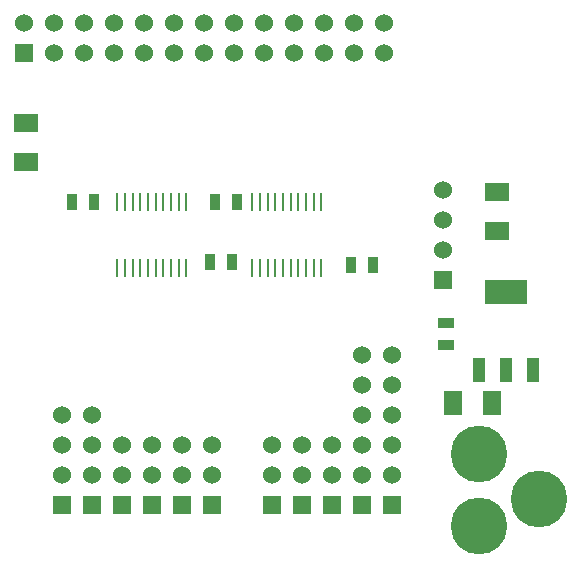
<source format=gts>
G04 (created by PCBNEW (2013-05-31 BZR 4019)-stable) date 7/5/2014 4:19:42 PM*
%MOIN*%
G04 Gerber Fmt 3.4, Leading zero omitted, Abs format*
%FSLAX34Y34*%
G01*
G70*
G90*
G04 APERTURE LIST*
%ADD10C,0.00590551*%
%ADD11R,0.06X0.06*%
%ADD12C,0.06*%
%ADD13R,0.08X0.06*%
%ADD14R,0.00984252X0.0610236*%
%ADD15R,0.144X0.08*%
%ADD16R,0.04X0.08*%
%ADD17R,0.06X0.08*%
%ADD18C,0.189*%
%ADD19R,0.055X0.035*%
%ADD20R,0.035X0.055*%
G04 APERTURE END LIST*
G54D10*
G54D11*
X728Y-1917D03*
G54D12*
X728Y-917D03*
X1728Y-1917D03*
X1728Y-917D03*
X2728Y-1917D03*
X2728Y-917D03*
X3728Y-1917D03*
X3728Y-917D03*
X4728Y-1917D03*
X4728Y-917D03*
X5728Y-1917D03*
X5728Y-917D03*
X6728Y-1917D03*
X6728Y-917D03*
X7728Y-1917D03*
X7728Y-917D03*
X8728Y-1917D03*
X8728Y-917D03*
X9728Y-1917D03*
X9728Y-917D03*
X10728Y-1917D03*
X10728Y-917D03*
X11728Y-1917D03*
X11728Y-917D03*
X12728Y-1917D03*
X12728Y-917D03*
G54D11*
X3000Y-17000D03*
G54D12*
X3000Y-16000D03*
X3000Y-15000D03*
X3000Y-14000D03*
G54D11*
X4000Y-17000D03*
G54D12*
X4000Y-16000D03*
X4000Y-15000D03*
G54D11*
X6000Y-17000D03*
G54D12*
X6000Y-16000D03*
X6000Y-15000D03*
G54D11*
X9000Y-17000D03*
G54D12*
X9000Y-16000D03*
X9000Y-15000D03*
G54D11*
X11000Y-17000D03*
G54D12*
X11000Y-16000D03*
X11000Y-15000D03*
G54D11*
X7000Y-17000D03*
G54D12*
X7000Y-16000D03*
X7000Y-15000D03*
G54D11*
X10000Y-17000D03*
G54D12*
X10000Y-16000D03*
X10000Y-15000D03*
G54D11*
X13000Y-17000D03*
G54D12*
X13000Y-16000D03*
X13000Y-15000D03*
X13000Y-14000D03*
X13000Y-13000D03*
X13000Y-12000D03*
G54D13*
X16500Y-7850D03*
X16500Y-6550D03*
G54D11*
X2000Y-17000D03*
G54D12*
X2000Y-16000D03*
X2000Y-15000D03*
X2000Y-14000D03*
G54D11*
X5000Y-17000D03*
G54D12*
X5000Y-16000D03*
X5000Y-15000D03*
G54D11*
X12000Y-17000D03*
G54D12*
X12000Y-16000D03*
X12000Y-15000D03*
X12000Y-14000D03*
X12000Y-13000D03*
X12000Y-12000D03*
G54D14*
X8338Y-9102D03*
X8604Y-9102D03*
X8860Y-9102D03*
X9116Y-9102D03*
X9372Y-9102D03*
X9627Y-9102D03*
X9883Y-9102D03*
X10139Y-9102D03*
X10395Y-9102D03*
X10651Y-9102D03*
X10651Y-6897D03*
X10395Y-6897D03*
X10139Y-6897D03*
X9883Y-6897D03*
X9627Y-6897D03*
X9372Y-6897D03*
X9116Y-6897D03*
X8860Y-6897D03*
X8604Y-6897D03*
X8348Y-6897D03*
X3838Y-9102D03*
X4104Y-9102D03*
X4360Y-9102D03*
X4616Y-9102D03*
X4872Y-9102D03*
X5127Y-9102D03*
X5383Y-9102D03*
X5639Y-9102D03*
X5895Y-9102D03*
X6151Y-9102D03*
X6151Y-6897D03*
X5895Y-6897D03*
X5639Y-6897D03*
X5383Y-6897D03*
X5127Y-6897D03*
X4872Y-6897D03*
X4616Y-6897D03*
X4360Y-6897D03*
X4104Y-6897D03*
X3848Y-6897D03*
G54D15*
X16800Y-9900D03*
G54D16*
X16800Y-12500D03*
X17700Y-12500D03*
X15900Y-12500D03*
G54D17*
X16350Y-13600D03*
X15050Y-13600D03*
G54D13*
X800Y-4250D03*
X800Y-5550D03*
G54D11*
X14700Y-9500D03*
G54D12*
X14700Y-8500D03*
X14700Y-7500D03*
X14700Y-6500D03*
G54D18*
X15900Y-17700D03*
X15900Y-15300D03*
X17900Y-16800D03*
G54D19*
X14800Y-10925D03*
X14800Y-11675D03*
G54D20*
X7855Y-6900D03*
X7105Y-6900D03*
X3075Y-6900D03*
X2325Y-6900D03*
X12375Y-9000D03*
X11625Y-9000D03*
X7675Y-8900D03*
X6925Y-8900D03*
M02*

</source>
